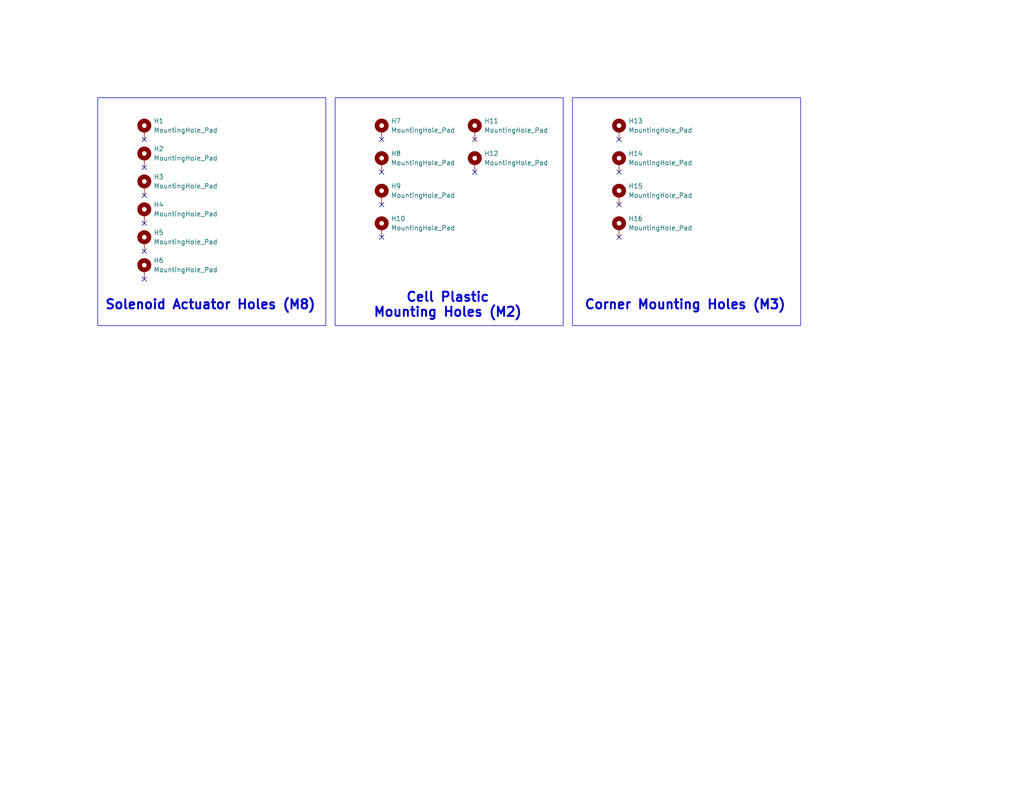
<source format=kicad_sch>
(kicad_sch (version 20231120) (generator "eeschema") (generator_version "8.0")
  (paper "USLetter")
  (lib_symbols
    (symbol "Mechanical:MountingHole_Pad" (pin_numbers hide) (pin_names (offset 1.016) hide) (exclude_from_sim yes) (in_bom no)
      (property "Reference" "H" (at 0 6.35 0))
      (property "Value" "MountingHole_Pad" (at 0 4.445 0))
      (symbol "MountingHole_Pad_0_1"
        (circle (center 0 1.27) (radius 1.27) (stroke (width 1.27)))
      )
      (symbol "MountingHole_Pad_1_1"
        (pin input line (at 0 -2.54 90) (length 2.54) (name "1") (number "1"))
      )
    )
  )
  (no_connect (at 168.91 64.77))
  (no_connect (at 168.91 46.99))
  (no_connect (at 129.54 46.99))
  (no_connect (at 104.14 38.1))
  (no_connect (at 168.91 38.1))
  (no_connect (at 39.37 76.2))
  (no_connect (at 104.14 64.77))
  (no_connect (at 39.37 68.58))
  (no_connect (at 129.54 38.1))
  (no_connect (at 104.14 55.88))
  (no_connect (at 39.37 53.34))
  (no_connect (at 168.91 55.88))
  (no_connect (at 39.37 45.72))
  (no_connect (at 39.37 38.1))
  (no_connect (at 104.14 46.99))
  (no_connect (at 39.37 60.96))
  (rectangle (start 156.21 26.67) (end 218.44 88.9))
  (rectangle (start 91.44 26.67) (end 153.67 88.9))
  (rectangle (start 26.67 26.67) (end 88.9 88.9))
  (text "Corner Mounting Holes (M3)" (at 186.944 83.312 0) (effects (font (size 2.54 2.54) (thickness 0.508) (bold yes))))
  (text "Cell Plastic\nMounting Holes (M2)" (at 122.174 83.312 0) (effects (font (size 2.54 2.54) (thickness 0.508) (bold yes))))
  (text "Solenoid Actuator Holes (M8)" (at 57.404 83.312 0) (effects (font (size 2.54 2.54) (thickness 0.508) (bold yes))))
  (symbol (lib_id "Mechanical:MountingHole_Pad") (at 168.91 53.34 0) (unit 1) (exclude_from_sim yes) (in_bom no)
    (property "Reference" "H15" (at 171.45 50.7999 0) (effects (justify left)))
    (property "Value" "MountingHole_Pad" (at 171.45 53.3399 0) (effects (justify left)))
    (property "Footprint" "00-lib-footprints:MountingHole_3.2mm_M3_Pad_NoSilk" (effects (hide yes)))
    (property "Description" "Mounting Hole with connection" (effects (hide yes)))
  )
  (symbol (lib_id "Mechanical:MountingHole_Pad") (at 39.37 35.56 0) (unit 1) (exclude_from_sim yes) (in_bom no)
    (property "Reference" "H1" (at 41.91 33.0199 0) (effects (justify left)))
    (property "Value" "MountingHole_Pad" (at 41.91 35.5599 0) (effects (justify left)))
    (property "Footprint" "00-lib-footprints:MountingHole_8mm_Rect_NoSilk" (effects (hide yes)))
    (property "Description" "Mounting Hole with connection" (effects (hide yes)))
  )
  (symbol (lib_id "Mechanical:MountingHole_Pad") (at 104.14 53.34 0) (unit 1) (exclude_from_sim yes) (in_bom no)
    (property "Reference" "H9" (at 106.68 50.7999 0) (effects (justify left)))
    (property "Value" "MountingHole_Pad" (at 106.68 53.3399 0) (effects (justify left)))
    (property "Footprint" "00-lib-footprints:MountingHole_2.2mm_M2_Pad_NoSilk" (effects (hide yes)))
    (property "Description" "Mounting Hole with connection" (effects (hide yes)))
  )
  (symbol (lib_id "Mechanical:MountingHole_Pad") (at 129.54 35.56 0) (unit 1) (exclude_from_sim yes) (in_bom no)
    (property "Reference" "H11" (at 132.08 33.0199 0) (effects (justify left)))
    (property "Value" "MountingHole_Pad" (at 132.08 35.5599 0) (effects (justify left)))
    (property "Footprint" "00-lib-footprints:MountingHole_2.2mm_M2_Pad_NoSilk" (effects (hide yes)))
    (property "Description" "Mounting Hole with connection" (effects (hide yes)))
  )
  (symbol (lib_id "Mechanical:MountingHole_Pad") (at 39.37 43.18 0) (unit 1) (exclude_from_sim yes) (in_bom no)
    (property "Reference" "H2" (at 41.91 40.6399 0) (effects (justify left)))
    (property "Value" "MountingHole_Pad" (at 41.91 43.1799 0) (effects (justify left)))
    (property "Footprint" "00-lib-footprints:MountingHole_8mm_Rect_NoSilk" (effects (hide yes)))
    (property "Description" "Mounting Hole with connection" (effects (hide yes)))
  )
  (symbol (lib_id "Mechanical:MountingHole_Pad") (at 129.54 44.45 0) (unit 1) (exclude_from_sim yes) (in_bom no)
    (property "Reference" "H12" (at 132.08 41.9099 0) (effects (justify left)))
    (property "Value" "MountingHole_Pad" (at 132.08 44.4499 0) (effects (justify left)))
    (property "Footprint" "00-lib-footprints:MountingHole_2.2mm_M2_Pad_NoSilk" (effects (hide yes)))
    (property "Description" "Mounting Hole with connection" (effects (hide yes)))
  )
  (symbol (lib_id "Mechanical:MountingHole_Pad") (at 104.14 62.23 0) (unit 1) (exclude_from_sim yes) (in_bom no)
    (property "Reference" "H10" (at 106.68 59.6899 0) (effects (justify left)))
    (property "Value" "MountingHole_Pad" (at 106.68 62.2299 0) (effects (justify left)))
    (property "Footprint" "00-lib-footprints:MountingHole_2.2mm_M2_Pad_NoSilk" (effects (hide yes)))
    (property "Description" "Mounting Hole with connection" (effects (hide yes)))
  )
  (symbol (lib_id "Mechanical:MountingHole_Pad") (at 39.37 50.8 0) (unit 1) (exclude_from_sim yes) (in_bom no)
    (property "Reference" "H3" (at 41.91 48.2599 0) (effects (justify left)))
    (property "Value" "MountingHole_Pad" (at 41.91 50.7999 0) (effects (justify left)))
    (property "Footprint" "00-lib-footprints:MountingHole_8mm_Rect_NoSilk" (effects (hide yes)))
    (property "Description" "Mounting Hole with connection" (effects (hide yes)))
  )
  (symbol (lib_id "Mechanical:MountingHole_Pad") (at 168.91 44.45 0) (unit 1) (exclude_from_sim yes) (in_bom no)
    (property "Reference" "H14" (at 171.45 41.9099 0) (effects (justify left)))
    (property "Value" "MountingHole_Pad" (at 171.45 44.4499 0) (effects (justify left)))
    (property "Footprint" "00-lib-footprints:MountingHole_3.2mm_M3_Pad_NoSilk" (effects (hide yes)))
    (property "Description" "Mounting Hole with connection" (effects (hide yes)))
  )
  (symbol (lib_id "Mechanical:MountingHole_Pad") (at 168.91 35.56 0) (unit 1) (exclude_from_sim yes) (in_bom no)
    (property "Reference" "H13" (at 171.45 33.0199 0) (effects (justify left)))
    (property "Value" "MountingHole_Pad" (at 171.45 35.5599 0) (effects (justify left)))
    (property "Footprint" "00-lib-footprints:MountingHole_3.2mm_M3_Pad_NoSilk" (effects (hide yes)))
    (property "Description" "Mounting Hole with connection" (effects (hide yes)))
  )
  (symbol (lib_id "Mechanical:MountingHole_Pad") (at 39.37 58.42 0) (unit 1) (exclude_from_sim yes) (in_bom no)
    (property "Reference" "H4" (at 41.91 55.8799 0) (effects (justify left)))
    (property "Value" "MountingHole_Pad" (at 41.91 58.4199 0) (effects (justify left)))
    (property "Footprint" "00-lib-footprints:MountingHole_8mm_Rect_NoSilk" (effects (hide yes)))
    (property "Description" "Mounting Hole with connection" (effects (hide yes)))
  )
  (symbol (lib_id "Mechanical:MountingHole_Pad") (at 168.91 62.23 0) (unit 1) (exclude_from_sim yes) (in_bom no)
    (property "Reference" "H16" (at 171.45 59.6899 0) (effects (justify left)))
    (property "Value" "MountingHole_Pad" (at 171.45 62.2299 0) (effects (justify left)))
    (property "Footprint" "00-lib-footprints:MountingHole_3.2mm_M3_Pad_NoSilk" (effects (hide yes)))
    (property "Description" "Mounting Hole with connection" (effects (hide yes)))
  )
  (symbol (lib_id "Mechanical:MountingHole_Pad") (at 104.14 44.45 0) (unit 1) (exclude_from_sim yes) (in_bom no)
    (property "Reference" "H8" (at 106.68 41.9099 0) (effects (justify left)))
    (property "Value" "MountingHole_Pad" (at 106.68 44.4499 0) (effects (justify left)))
    (property "Footprint" "00-lib-footprints:MountingHole_2.2mm_M2_Pad_NoSilk" (effects (hide yes)))
    (property "Description" "Mounting Hole with connection" (effects (hide yes)))
  )
  (symbol (lib_id "Mechanical:MountingHole_Pad") (at 104.14 35.56 0) (unit 1) (exclude_from_sim yes) (in_bom no)
    (property "Reference" "H7" (at 106.68 33.0199 0) (effects (justify left)))
    (property "Value" "MountingHole_Pad" (at 106.68 35.5599 0) (effects (justify left)))
    (property "Footprint" "00-lib-footprints:MountingHole_2.2mm_M2_Pad_NoSilk" (effects (hide yes)))
    (property "Description" "Mounting Hole with connection" (effects (hide yes)))
  )
  (symbol (lib_id "Mechanical:MountingHole_Pad") (at 39.37 66.04 0) (unit 1) (exclude_from_sim yes) (in_bom no)
    (property "Reference" "H5" (at 41.91 63.4999 0) (effects (justify left)))
    (property "Value" "MountingHole_Pad" (at 41.91 66.0399 0) (effects (justify left)))
    (property "Footprint" "00-lib-footprints:MountingHole_8mm_Rect_NoSilk" (effects (hide yes)))
    (property "Description" "Mounting Hole with connection" (effects (hide yes)))
  )
  (symbol (lib_id "Mechanical:MountingHole_Pad") (at 39.37 73.66 0) (unit 1) (exclude_from_sim yes) (in_bom no)
    (property "Reference" "H6" (at 41.91 71.1199 0) (effects (justify left)))
    (property "Value" "MountingHole_Pad" (at 41.91 73.6599 0) (effects (justify left)))
    (property "Footprint" "00-lib-footprints:MountingHole_8mm_Rect_NoSilk" (effects (hide yes)))
    (property "Description" "Mounting Hole with connection" (effects (hide yes)))
  )
)
</source>
